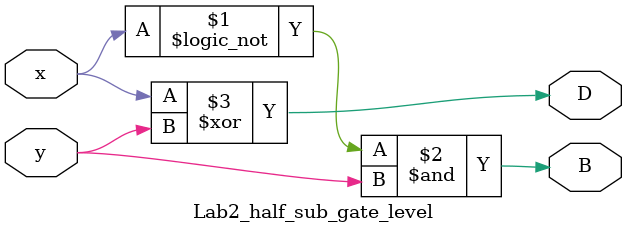
<source format=v>
module Lab2_half_sub_gate_level(output D,B, input x,y);
	
	and (B,!x,y);
	xor (D,x,y);
endmodule

</source>
